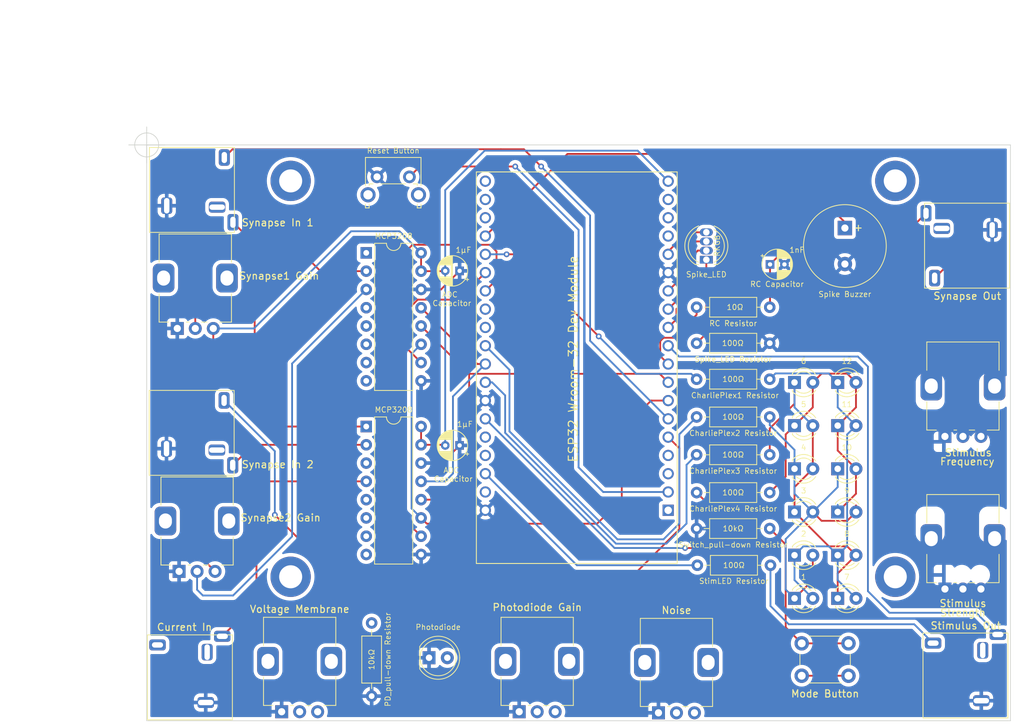
<source format=kicad_pcb>
(kicad_pcb (version 20211014) (generator pcbnew)
  (layers (0 "F.Cu" signal) (31 "B.Cu" signal) (34 "B.Paste" user) (35 "F.Paste" user) (36 "B.SilkS" user "B.Silkscreen") (37 "F.SilkS" user "F.Silkscreen") (38 "B.Mask" user) (39 "F.Mask" user) (44 "Edge.Cuts" user))
  (net 0 "")
  (net 7 "GNDREF")
  (net 8 "/23")
  (net 9 "/27")
  (net 10 "/26")
  (net 11 "+3V3")
  (net 12 "/34")
  (net 13 "/35")
  (net 14 "/25")
  (net 15 "/14")
  (net 16 "/12")
  (net 17 "/13")
  (net 18 "/22")
  (net 19 "/21")
  (net 20 "/19")
  (net 21 "/05")
  (net 22 "/17")
  (net 23 "/16")
  (net 24 "/02")
  (net 25 "/15")
  (net 26 "Net-(10Ω_RC1-Pad2)")
  (net 27 "Net-(100Ω_CharliePlex1-Pad2)")
  (net 28 "Net-(100Ω_CharliePlex2-Pad2)")
  (net 30 "Net-(100Ω_CharliePlex3-Pad2)")
  (net 31 "Net-(100Ω_CharliePlex4-Pad2)")
  (net 32 "Net-(100Ω_Stim-LED1-Pad2)")
  (net 33 "/39")
  (net 34 "VCC")
  (net 35 "Net-(Reset_Button1-Pad2)")
  (net 39 "/202")
  (net 40 "/203")
  (net 41 "/106")
  (net 42 "/103")
  (net 43 "/105")
  (net 44 "/104")
  (net 45 "/101")
  (net 46 "/102")
  (net 47 "/200")
  (net 48 "/201")
  (net 49 "/32")
  (net 50 "/33")
  (net 51 "/18")
  (net 52 "/04")
  (net 53 "/00")
  (net 54 "/100")
  (net 55 "/107")
  (net 56 "/204")
  (net 57 "/205")
  (net 58 "/206")
  (net 59 "/207")
  (net 60 "Net-(100Ω_Spike-LED1-Pad2)")
  (footprint "LED_THT:LED_D5.0mm-4_RGB" (layer "F.Cu") (at 177.75 65.95 90)
    (fp_text reference "Spike_LED")
    (fp_text value "RGB")
  )
  (footprint "MountingHole:MountingHole_3.2mm_M3_DIN965_Pad" (layer "F.Cu") (at 120 55)
    (fp_text reference " ")
    (fp_text value "MountingHole_3.2mm_M3_DIN965_Pad")
  )
  (footprint "LED_THT:LED_D3.0mm" (layer "F.Cu") (at 190 83)
    (fp_text reference "6")
    (fp_text value "D7")
  )
  (footprint "LED_THT:LED_D3.0mm" (layer "F.Cu") (at 190 113)
    (fp_text reference "1")
    (fp_text value "D2")
  )
  (footprint "Resistor_THT:R_Axial_DIN0207_L6.3mm_D2.5mm_P10.16mm_Horizontal" (layer "F.Cu") (at 186.56 103.3 180)
    (fp_text reference "10kΩ")
    (fp_text value "R5")
  )
  (footprint "Package_DIP:DIP-16_W7.62mm" (layer "F.Cu") (at 130.5 89.125)
    (fp_text reference "MCP3208")
    (fp_text value "MCP3208")
  )
  (footprint "Potentiometer_THT:Spikeling Potentiometer" (layer "F.Cu") (at 213.4 104.2 90)
    (fp_text reference "Stimulus")
    (fp_text value "RV6")
  )
  (footprint "Potentiometer_THT:Spikeling Potentiometer" (layer "F.Cu") (at 173.6 121.4 90)
    (fp_text reference "Noise")
    (fp_text value "RV4")
  )
  (footprint "Connector_Audio:Spikeling Audio Jack 3.5mm" (layer "F.Cu") (at 100.2815 56.25 90)
    (fp_text reference "Synapse In 1")
    (fp_text value "J2")
  )
  (footprint "Connector_Audio:Spikeling Audio Jack 3.5mm" (layer "F.Cu") (at 219.9685 64 -90)
    (fp_text reference "Synapse Out")
    (fp_text value "J1")
  )
  (footprint "Potentiometer_THT:Spikeling Potentiometer" (layer "F.Cu") (at 106.75 68 90)
    (fp_text reference "Synapse1 Gain")
    (fp_text value "RV1")
  )
  (footprint "LED_THT:LED_D3.0mm" (layer "F.Cu") (at 190 101)
    (fp_text reference "3")
    (fp_text value "D4")
  )
  (footprint "Potentiometer_THT:Spikeling Potentiometer" (layer "F.Cu") (at 121.25 121.25 90)
    (fp_text reference "Voltage Membrane")
    (fp_text value "RV3")
  )
  (footprint "Resistor_THT:R_Axial_DIN0207_L6.3mm_D2.5mm_P10.16mm_Horizontal" (layer "F.Cu") (at 176.5 108.4)
    (fp_text reference "100Ω")
    (fp_text value "R3")
  )
  (footprint "MountingHole:MountingHole_3.2mm_M3_DIN965_Pad" (layer "F.Cu") (at 204 55)
    (fp_text reference " ")
    (fp_text value "MountingHole_M3")
  )
  (footprint "Package_DIP:DIP-16_W7.62mm" (layer "F.Cu") (at 130.5 65)
    (fp_text reference "MCP3208")
    (fp_text value "MCP3208")
  )
  (footprint "Capacitor_THT:CP_Radial_D4.0mm_P2.00mm" (layer "F.Cu") (at 143.4726 91.75 180)
    (fp_text reference "1μF")
    (fp_text value "1 μF")
  )
  (footprint "Connector_Audio:Spikeling Audio Jack 3.5mm" (layer "F.Cu") (at 213.75 129.7185 180)
    (fp_text reference "Stimulus Out")
    (fp_text value "J5")
  )
  (footprint "Button_Switch_THT:Spikeling reset button" (layer "F.Cu") (at 134.25 51.75)
    (fp_text reference "Reset Button")
    (fp_text value "SW2")
  )
  (footprint "LED_THT:LED_D3.0mm" (layer "F.Cu") (at 196 95)
    (fp_text reference "10")
    (fp_text value "D11")
  )
  (footprint "LED_THT:LED_D3.0mm" (layer "F.Cu") (at 196 107)
    (fp_text reference "8")
    (fp_text value "LED")
  )
  (footprint "Capacitor_THT:CP_Radial_D4.0mm_P2.00mm" (layer "F.Cu") (at 143.4726 67.5 180)
    (fp_text reference "1μF")
    (fp_text value "1 μF")
  )
  (footprint "Resistor_THT:R_Axial_DIN0207_L6.3mm_D2.5mm_P10.16mm_Horizontal" (layer "F.Cu") (at 176.4 98.3)
    (fp_text reference "100Ω")
    (fp_text value "R9")
  )
  (footprint "LED_THT:LED_D3.0mm" (layer "F.Cu") (at 196 83)
    (fp_text reference "12")
    (fp_text value "D13")
  )
  (footprint "LED_THT:LED_D3.0mm" (layer "F.Cu") (at 196 89)
    (fp_text reference "11")
    (fp_text value "D12")
  )
  (footprint "LED_THT:LED_D3.0mm" (layer "F.Cu") (at 196 101)
    (fp_text reference "9")
    (fp_text value "D10")
  )
  (footprint "Resistor_THT:R_Axial_DIN0207_L6.3mm_D2.5mm_P10.16mm_Horizontal" (layer "F.Cu") (at 176.4 72.55)
    (fp_text reference "10Ω")
    (fp_text value "R1")
  )
  (footprint "LED_THT:LED_D5.0mm" (layer "F.Cu") (at 139.225 121.25)
    (fp_text reference "Photodiode")
    (fp_text value "D1")
  )
  (footprint "Potentiometer_THT:Spikeling Potentiometer" (layer "F.Cu") (at 213.4 83 90)
    (fp_text reference "Stimulus")
    (fp_text value "RV7")
  )
  (footprint "Potentiometer_THT:Spikeling Potentiometer" (layer "F.Cu") (at 107 101.75 90)
    (fp_text reference "Synapse2 Gain")
    (fp_text value "RV2")
  )
  (footprint "Connector_Audio:Spikeling Audio Jack 3.5mm" (layer "F.Cu") (at 100.25 90 90)
    (fp_text reference "Synapse In 2")
    (fp_text value "J3")
  )
  (footprint "LED_THT:LED_D3.0mm" (layer "F.Cu") (at 190 107)
    (fp_text reference "2")
    (fp_text value "D3")
  )
  (footprint "MountingHole:MountingHole_3.2mm_M3_DIN965_Pad" (layer "F.Cu") (at 204 110)
    (fp_text reference " ")
    (fp_text value "MountingHole_3.2mm_M3_DIN965_Pad")
  )
  (footprint "LED_THT:LED_D3.0mm" (layer "F.Cu") (at 190 95)
    (fp_text reference "4")
    (fp_text value "D5")
  )
  (footprint "Connector_Audio:Spikeling Audio Jack 3.5mm" (layer "F.Cu") (at 106 129.9685 180)
    (fp_text reference "Current In")
    (fp_text value "J4")
  )
  (footprint "Resistor_THT:R_Axial_DIN0207_L6.3mm_D2.5mm_P10.16mm_Horizontal" (layer "F.Cu") (at 176.4 93.05)
    (fp_text reference "100Ω")
    (fp_text value "R8")
  )
  (footprint "Resistor_THT:R_Axial_DIN0207_L6.3mm_D2.5mm_P10.16mm_Horizontal" (layer "F.Cu") (at 131.25 116.42 -90)
    (fp_text reference "10kΩ")
    (fp_text value "R2")
  )
  (footprint "Potentiometer_THT:Spikeling Potentiometer" (layer "F.Cu") (at 154.25 121.25 90)
    (fp_text reference "Photodiode Gain")
    (fp_text value "RV5")
  )
  (footprint "Capacitor_THT:CP_Radial_D4.0mm_P2.00mm" (layer "F.Cu") (at 186.6 66.6)
    (fp_text reference "1nF")
    (fp_text value "C3")
  )
  (footprint "Resistor_THT:R_Axial_DIN0207_L6.3mm_D2.5mm_P10.16mm_Horizontal" (layer "F.Cu") (at 176.4 87.8)
    (fp_text reference "100Ω")
    (fp_text value "R7")
  )
  (footprint "Resistor_THT:R_Axial_DIN0207_L6.3mm_D2.5mm_P10.16mm_Horizontal" (layer "F.Cu") (at 186.56 77.55 180)
    (fp_text reference "100Ω")
    (fp_text value "R4")
  )
  (footprint "Buzzer_Beeper:Buzzer_11.5x9.5RM5" (layer "F.Cu") (at 197 60.25 -90)
    (fp_text reference "Spike Buzzer")
    (fp_text value "BZ1")
  )
  (footprint "MountingHole:MountingHole_3.2mm_M3_DIN965_Pad" (layer "F.Cu") (at 120 110)
    (fp_text reference " ")
    (fp_text value "MountingHole_3.2mm_M3_DIN965_Pad")
  )
  (footprint "Resistor_THT:R_Axial_DIN0207_L6.3mm_D2.5mm_P10.16mm_Horizontal" (layer "F.Cu") (at 176.4 82.55)
    (fp_text reference "100Ω")
    (fp_text value "R6")
  )
  (footprint "Button_Switch_THT:SW_PUSH_6mm_H13mm" (layer "F.Cu") (at 191 119.25)
    (fp_text reference "Mode Button")
    (fp_text value "SW1")
  )
  (footprint "Module:MODULE_ESP32-DEVKITC-32D" (layer "F.Cu") (at 159.75 81 180)
    (fp_text reference "ESP32 Wroom-32 Dev Module")
    (fp_text value "ESP32-DEVKITC-32D")
  )
  (footprint "LED_THT:LED_D3.0mm" (layer "F.Cu") (at 196 113)
    (fp_text reference "7")
    (fp_text value "D8")
  )
  (footprint "LED_THT:LED_D3.0mm" (layer "F.Cu") (at 190 89)
    (fp_text reference "5")
    (fp_text value "D6")
  )
  (gr_line (start 220 130) (end 100 130) (layer "Edge.Cuts") (width 0.1))
  (gr_line (start 100 50) (end 220 50) (layer "Edge.Cuts") (width 0.1))
  (gr_line (start 220 50) (end 220 130) (layer "Edge.Cuts") (width 0.1))
  (gr_line (start 100 130) (end 100 50) (layer "Edge.Cuts") (width 0.1))
  (gr_text "ADC \nCapacitor" (at 142.4 71.4) (layer "F.SilkS") (effects (font (size 0.75 0.75) (thickness 0.1))))
  (gr_text "Switch_pull-down Resistor" (at 181.48 105.55) (layer "F.SilkS") (effects (font (size 0.75 0.75) (thickness 0.1))))
  (gr_text "CharliePlex3 Resistor" (at 181.48 95.3) (layer "F.SilkS") (effects (font (size 0.75 0.75) (thickness 0.1))))
  (gr_text "Frequency" (at 214 94) (layer "F.SilkS") (effects (font (size 1 1))))
  (gr_text "Strength" (at 213.4 115) (layer "F.SilkS") (effects (font (size 1 1))))
  (gr_text "CharliePlex2 Resistor" (at 181.48 90.05) (layer "F.SilkS") (effects (font (size 0.75 0.75) (thickness 0.1))))
  (gr_text "Spike_LED Resistor" (at 181.48 79.8) (layer "F.SilkS") (effects (font (size 0.75 0.75) (thickness 0.1))))
  (gr_text "CharliePlex1 Resistor" (at 181.73 84.8) (layer "F.SilkS") (effects (font (size 0.75 0.75) (thickness 0.1))))
  (gr_text "RKGB" (at 179.25 64 90) (layer "F.SilkS") (effects (font (size 0.75 0.75) (thickness 0.1))))
  (gr_text "RC Capacitor" (at 187.572599 69.35) (layer "F.SilkS") (effects (font (size 0.75 0.75) (thickness 0.1))))
  (gr_text "RC Resistor" (at 181.48 74.8) (layer "F.SilkS") (effects (font (size 0.75 0.75) (thickness 0.1))))
  (gr_text "StimLED Resistor" (at 181.58 110.6) (layer "F.SilkS") (effects (font (size 0.75 0.75) (thickness 0.1))))
  (gr_text "PD_pull-down Resistor" (at 133.5 121.5 90) (layer "F.SilkS") (effects (font (size 0.75 0.75) (thickness 0.1))))
  (gr_text "ADC \nCapacitor" (at 142.6 95.8) (layer "F.SilkS") (effects (font (size 0.75 0.75) (thickness 0.1))))
  (gr_text "CharliePlex4 Resistor" (at 181.48 100.55) (layer "F.SilkS") (effects (font (size 0.75 0.75) (thickness 0.1))))
  (target plus (at 100 50) (size 5) (width 0.1) (layer "Edge.Cuts"))
  (segment (start 141.0176 94.205) (end 143.4726 91.75) (width 0.25) (layer "F.Cu") (net 7))
  (segment (start 140.8926 70.08) (end 143.4726 67.5) (width 0.25) (layer "F.Cu") (net 7))
  (segment (start 138.12 94.205) (end 141.0176 94.205) (width 0.25) (layer "F.Cu") (net 7))
  (segment (start 109.7815 58.65) (end 109.8815 58.65) (width 0.25) (layer "F.Cu") (net 7))
  (segment (start 138.12 70.08) (end 140.8926 70.08) (width 0.25) (layer "F.Cu") (net 7))
  (segment (start 109.75 92.4) (end 109.85 92.4) (width 0.25) (layer "F.Cu") (net 7))
  (segment (start 175.75 70.65) (end 173.6 72.8) (width 0.25) (layer "F.Cu") (net 9))
  (segment (start 172.45 75.36) (end 172.45 74.8797) (width 0.25) (layer "F.Cu") (net 9))
  (segment (start 176.57 64.68) (end 175.75 65.5) (width 0.25) (layer "F.Cu") (net 9))
  (segment (start 175.75 65.5) (end 175.75 70.65) (width 0.25) (layer "F.Cu") (net 9))
  (segment (start 173.6 72.8) (end 173.6 74.21) (width 0.25) (layer "F.Cu") (net 9))
  (segment (start 173.6 74.21) (end 172.45 75.36) (width 0.25) (layer "F.Cu") (net 9))
  (segment (start 177.75 64.68) (end 176.57 64.68) (width 0.25) (layer "F.Cu") (net 9))
  (segment (start 218.25 118.0185) (end 218.25 118.1185) (width 0.25) (layer "F.Cu") (net 10))
  (segment (start 173.95 79.4) (end 198.8 79.4) (width 0.25) (layer "B.Cu") (net 10))
  (segment (start 172.45 77.9) (end 173.95 79.4) (width 0.25) (layer "B.Cu") (net 10))
  (segment (start 200.2 112) (end 203.2 115) (width 0.25) (layer "B.Cu") (net 10))
  (segment (start 200.2 80.8) (end 200.2 112) (width 0.25) (layer "B.Cu") (net 10))
  (segment (start 215.2315 115) (end 218.25 118.0185) (width 0.25) (layer "B.Cu") (net 10))
  (segment (start 203.2 115) (end 215.2315 115) (width 0.25) (layer "B.Cu") (net 10))
  (segment (start 198.8 79.4) (end 200.2 80.8) (width 0.25) (layer "B.Cu") (net 10))
  (segment (start 111.25 86) (end 110.75 85.5) (width 0.25) (layer "F.Cu") (net 12))
  (segment (start 125.8 109.4) (end 117.8 101.4) (width 0.25) (layer "F.Cu") (net 12))
  (segment (start 174 92.15) (end 174 103.4) (width 0.25) (layer "F.Cu") (net 12))
  (segment (start 168 109.4) (end 125.8 109.4) (width 0.25) (layer "F.Cu") (net 12))
  (segment (start 172.45 90.6) (end 174 92.15) (width 0.25) (layer "F.Cu") (net 12))
  (segment (start 174 103.4) (end 168 109.4) (width 0.25) (layer "F.Cu") (net 12))
  (via (at 117.8 101.4) (size 0.8) (drill 0.4) (layers "F.Cu" "B.Cu") (net 12))
  (segment (start 110.75 85.5) (end 117.8 92.55) (width 0.25) (layer "B.Cu") (net 12))
  (segment (start 117.8 92.55) (end 117.8 101.4) (width 0.25) (layer "B.Cu") (net 12))
  (segment (start 154.8 53) (end 152.4 50.6) (width 0.25) (layer "F.Cu") (net 13))
  (segment (start 110.7815 51.75) (end 111.9315 50.6) (width 0.25) (layer "F.Cu") (net 13))
  (segment (start 111.9315 50.6) (end 149.2 50.6) (width 0.25) (layer "F.Cu") (net 13))
  (segment (start 152.4 50.6) (end 149.2 50.6) (width 0.25) (layer "F.Cu") (net 13))
  (via (at 154.8 53) (size 0.8) (drill 0.4) (layers "F.Cu" "B.Cu") (net 13))
  (segment (start 161.6 77.21) (end 172.45 88.06) (width 0.25) (layer "B.Cu") (net 13))
  (segment (start 161.6 61.2) (end 161.6 77.21) (width 0.25) (layer "B.Cu") (net 13))
  (segment (start 161.6 59.8) (end 161.6 61.2) (width 0.25) (layer "B.Cu") (net 13))
  (segment (start 154.8 53) (end 161.6 59.8) (width 0.25) (layer "B.Cu") (net 13))
  (segment (start 171.345489 79.335489) (end 172.45 80.44) (width 0.25) (layer "F.Cu") (net 14))
  (segment (start 176.4 72.55) (end 176.4 73.6) (width 0.25) (layer "F.Cu") (net 14))
  (segment (start 171.804511 76.795489) (end 171.345489 77.254511) (width 0.25) (layer "F.Cu") (net 14))
  (segment (start 171.345489 77.254511) (end 171.345489 79.335489) (width 0.25) (layer "F.Cu") (net 14))
  (segment (start 173.204511 76.795489) (end 171.804511 76.795489) (width 0.25) (layer "F.Cu") (net 14))
  (segment (start 176.4 73.6) (end 173.204511 76.795489) (width 0.25) (layer "F.Cu") (net 14))
  (segment (start 172.45 72.82) (end 175.25 70.02) (width 0.25) (layer "F.Cu") (net 15))
  (segment (start 175.25 64.5) (end 176.34 63.41) (width 0.25) (layer "F.Cu") (net 15))
  (segment (start 176.34 63.41) (end 177.75 63.41) (width 0.25) (layer "F.Cu") (net 15))
  (segment (start 175.25 70.02) (end 175.25 64.5) (width 0.25) (layer "F.Cu") (net 15))
  (segment (start 176.11 62.14) (end 174.75 63.5) (width 0.25) (layer "F.Cu") (net 16))
  (segment (start 177.75 62.14) (end 176.11 62.14) (width 0.25) (layer "F.Cu") (net 16))
  (segment (start 174.75 63.5) (end 174.75 67.98) (width 0.25) (layer "F.Cu") (net 16))
  (segment (start 174.75 67.98) (end 172.45 70.28) (width 0.25) (layer "F.Cu") (net 16))
  (segment (start 180 57.25) (end 193.5 57.25) (width 0.25) (layer "F.Cu") (net 17))
  (segment (start 172.45 65.2) (end 172.45 64.8) (width 0.25) (layer "F.Cu") (net 17))
  (segment (start 193.5 57.25) (end 197 60.75) (width 0.25) (layer "F.Cu") (net 17))
  (segment (start 172.45 64.8) (end 180 57.25) (width 0.25) (layer "F.Cu") (net 17))
  (segment (start 197 60.75) (end 197 61.55) (width 0.25) (layer "F.Cu") (net 17))
  (segment (start 159.77 108.4) (end 176.5 108.4) (width 0.25) (layer "B.Cu") (net 18))
  (segment (start 147.05 95.68) (end 159.77 108.4) (width 0.25) (layer "B.Cu") (net 18))
  (segment (start 176.4 98.3) (end 178.4 100.3) (width 0.25) (layer "F.Cu") (net 19))
  (segment (start 176.4 106) (end 174.8 106) (width 0.25) (layer "F.Cu") (net 19))
  (segment (start 178.4 104) (end 176.4 106) (width 0.25) (layer "F.Cu") (net 19))
  (segment (start 178.4 100.3) (end 178.4 104) (width 0.25) (layer "F.Cu") (net 19))
  (via (at 174.8 106) (size 0.8) (drill 0.4) (layers "F.Cu" "B.Cu") (net 19))
  (segment (start 174.8 106) (end 164.99 106) (width 0.25) (layer "B.Cu") (net 19))
  (segment (start 164.99 106) (end 147.05 88.06) (width 0.25) (layer "B.Cu") (net 19))
  (segment (start 176.4 99.019022) (end 176.4 98.3) (width 0.25) (layer "B.Cu") (net 19))
  (segment (start 176.4 93.05) (end 175 94.45) (width 0.25) (layer "B.Cu") (net 20))
  (segment (start 165.2 105.4) (end 149.8 90) (width 0.25) (layer "B.Cu") (net 20))
  (segment (start 147.98 82.98) (end 147.05 82.98) (width 0.25) (layer "B.Cu") (net 20))
  (segment (start 175 94.45) (end 175 102.6) (width 0.25) (layer "B.Cu") (net 20))
  (segment (start 175 102.6) (end 172.2 105.4) (width 0.25) (layer "B.Cu") (net 20))
  (segment (start 149.8 84.8) (end 147.98 82.98) (width 0.25) (layer "B.Cu") (net 20))
  (segment (start 149.8 90) (end 149.8 84.8) (width 0.25) (layer "B.Cu") (net 20))
  (segment (start 172.2 105.4) (end 165.2 105.4) (width 0.25) (layer "B.Cu") (net 20))
  (segment (start 174.2 90) (end 174 90.2) (width 0.25) (layer "B.Cu") (net 21))
  (segment (start 174 102.2) (end 174 102.6) (width 0.25) (layer "B.Cu") (net 21))
  (segment (start 176.4 87.8) (end 174.2 90) (width 0.25) (layer "B.Cu") (net 21))
  (segment (start 174 90.2) (end 174 102.2) (width 0.25) (layer "B.Cu") (net 21))
  (segment (start 165.4 104.8) (end 150.4 89.8) (width 0.25) (layer "B.Cu") (net 21))
  (segment (start 174 102.6) (end 171.8 104.8) (width 0.25) (layer "B.Cu") (net 21))
  (segment (start 171.8 104.8) (end 165.4 104.8) (width 0.25) (layer "B.Cu") (net 21))
  (segment (start 150.4 81.25) (end 147.05 77.9) (width 0.25) (layer "B.Cu") (net 21))
  (segment (start 150.4 89.8) (end 150.4 81.25) (width 0.25) (layer "B.Cu") (net 21))
  (segment (start 162.8 76.6) (end 151.4 65.2) (width 0.25) (layer "F.Cu") (net 24))
  (segment (start 151.4 65.2) (end 150 65.2) (width 0.25) (layer "F.Cu") (net 24))
  (via (at 162.8 76.6) (size 0.8) (drill 0.4) (layers "F.Cu" "B.Cu") (net 24))
  (via (at 150 65.2) (size 0.8) (drill 0.4) (layers "F.Cu" "B.Cu") (net 24))
  (segment (start 150 65.2) (end 147.05 65.2) (width 0.25) (layer "B.Cu") (net 24))
  (segment (start 168 81.8) (end 162.8 76.6) (width 0.25) (layer "B.Cu") (net 24))
  (segment (start 176.4 82.55) (end 175.65 81.8) (width 0.25) (layer "B.Cu") (net 24))
  (segment (start 175.65 81.8) (end 168 81.8) (width 0.25) (layer "B.Cu") (net 24))
  (segment (start 147.05 62.66) (end 158.46 51.25) (width 0.25) (layer "F.Cu") (net 25))
  (segment (start 158.46 51.25) (end 208 51.25) (width 0.25) (layer "F.Cu") (net 25))
  (segment (start 214 57.25) (end 214 63.9685) (width 0.25) (layer "F.Cu") (net 25))
  (segment (start 214 63.9685) (end 209.4685 68.5) (width 0.25) (layer "F.Cu") (net 25))
  (segment (start 208 51.25) (end 214 57.25) (width 0.25) (layer "F.Cu") (net 25))
  (segment (start 186.6 66.6) (end 186.6 72.51) (width 0.25) (layer "F.Cu") (net 26))
  (segment (start 203.7685 64) (end 208.2685 59.5) (width 0.25) (layer "F.Cu") (net 26))
  (segment (start 186.6 66.6) (end 189.2 64) (width 0.25) (layer "F.Cu") (net 26))
  (segment (start 189.2 64) (end 203.7685 64) (width 0.25) (layer "F.Cu") (net 26))
  (segment (start 186.6 72.51) (end 186.56 72.55) (width 0.25) (layer "F.Cu") (net 26))
  (segment (start 196 110.46) (end 198.54 113) (width 0.25) (layer "B.Cu") (net 27))
  (segment (start 196 86.46) (end 198.54 89) (width 0.25) (layer "B.Cu") (net 27))
  (segment (start 194.750001 81.750001) (end 196 83) (width 0.25) (layer "B.Cu") (net 27))
  (segment (start 196 107) (end 196 110.46) (width 0.25) (layer "B.Cu") (net 27))
  (segment (start 186.56 82.55) (end 187.359999 81.750001) (width 0.25) (layer "B.Cu") (net 27))
  (segment (start 196 107) (end 194.775489 105.775489) (width 0.25) (layer "B.Cu") (net 27))
  (segment (start 197.315489 105.684511) (end 196 107) (width 0.25) (layer "B.Cu") (net 27))
  (segment (start 191.224511 105.775489) (end 190 107) (width 0.25) (layer "B.Cu") (net 27))
  (segment (start 190 107) (end 190 110.46) (width 0.25) (layer "B.Cu") (net 27))
  (segment (start 194.775489 105.775489) (end 191.224511 105.775489) (width 0.25) (layer "B.Cu") (net 27))
  (segment (start 197.315489 90.224511) (end 197.315489 105.684511) (width 0.25) (layer "B.Cu") (net 27))
  (segment (start 196 83) (end 196 86.46) (width 0.25) (layer "B.Cu") (net 27))
  (segment (start 190 110.46) (end 192.54 113) (width 0.25) (layer "B.Cu") (net 27))
  (segment (start 198.54 89) (end 197.315489 90.224511) (width 0.25) (layer "B.Cu") (net 27))
  (segment (start 187.359999 81.750001) (end 194.750001 81.750001) (width 0.25) (layer "B.Cu") (net 27))
  (segment (start 198.54 101) (end 197.315489 102.224511) (width 0.25) (layer "F.Cu") (net 28))
  (segment (start 192.54 110.46) (end 190 113) (width 0.25) (layer "F.Cu") (net 28))
  (segment (start 193.764511 102.224511) (end 192.54 101) (width 0.25) (layer "F.Cu") (net 28))
  (segment (start 197.315489 102.224511) (end 193.764511 102.224511) (width 0.25) (layer "F.Cu") (net 28))
  (segment (start 192.54 107) (end 192.54 110.46) (width 0.25) (layer "F.Cu") (net 28))
  (segment (start 198.54 100.08) (end 198.54 101) (width 0.25) (layer "F.Cu") (net 28))
  (segment (start 196 97.54) (end 192.54 101) (width 0.25) (layer "B.Cu") (net 28))
  (segment (start 188.775489 104.764511) (end 188.775489 111.775489) (width 0.25) (layer "B.Cu") (net 28))
  (segment (start 192.54 101) (end 188.775489 104.764511) (width 0.25) (layer "B.Cu") (net 28))
  (segment (start 188.775489 111.775489) (end 190 113) (width 0.25) (layer "B.Cu") (net 28))
  (segment (start 196 95) (end 196 97.54) (width 0.25) (layer "B.Cu") (net 28))
  (segment (start 190 95) (end 190 98.46) (width 0.25) (layer "B.Cu") (net 28))
  (segment (start 190 98.46) (end 192.54 101) (width 0.25) (layer "B.Cu") (net 28))
  (segment (start 186.56 87.8) (end 186.56 88.93137) (width 0.25) (layer "B.Cu") (net 28))
  (segment (start 190 92.37137) (end 190 95) (width 0.25) (layer "B.Cu") (net 28))
  (segment (start 192.54 107) (end 192.54 106.225009) (width 0.25) (layer "B.Cu") (net 28))
  (segment (start 186.56 88.93137) (end 190 92.37137) (width 0.25) (layer "B.Cu") (net 28))
  (segment (start 190 101) (end 194.775489 105.775489) (width 0.25) (layer "F.Cu") (net 30))
  (segment (start 192.54 95) (end 192.54 89) (width 0.25) (layer "F.Cu") (net 30))
  (segment (start 197.315489 105.775489) (end 198.54 107) (width 0.25) (layer "F.Cu") (net 30))
  (segment (start 190 83) (end 190 85.9503) (width 0.25) (layer "F.Cu") (net 30))
  (segment (start 196 113) (end 196 109.54) (width 0.25) (layer "F.Cu") (net 30))
  (segment (start 190 85.9503) (end 186.56 89.3903) (width 0.25) (layer "F.Cu") (net 30))
  (segment (start 186.56 89.3903) (end 186.56 93.05) (width 0.25) (layer "F.Cu") (net 30))
  (segment (start 190 101) (end 190 97.54) (width 0.25) (layer "F.Cu") (net 30))
  (segment (start 194.775489 105.775489) (end 197.315489 105.775489) (width 0.25) (layer "F.Cu") (net 30))
  (segment (start 196 109.54) (end 198.54 107) (width 0.25) (layer "F.Cu") (net 30))
  (segment (start 190 97.54) (end 192.54 95) (width 0.25) (layer "F.Cu") (net 30))
  (segment (start 190 86.46) (end 190 83) (width 0.25) (layer "B.Cu") (net 30))
  (segment (start 192.54 89) (end 190 86.46) (width 0.25) (layer "B.Cu") (net 30))
  (segment (start 197.315489 81.775489) (end 193.764511 81.775489) (width 0.25) (layer "F.Cu") (net 31))
  (segment (start 188.775489 90.224511) (end 188.775489 96.084511) (width 0.25) (layer "F.Cu") (net 31))
  (segment (start 192.54 83) (end 192.54 86.46) (width 0.25) (layer "F.Cu") (net 31))
  (segment (start 190 89) (end 188.775489 90.224511) (width 0.25) (layer "F.Cu") (net 31))
  (segment (start 198.54 86.46) (end 196 89) (width 0.25) (layer "F.Cu") (net 31))
  (segment (start 198.54 83) (end 198.54 86.46) (width 0.25) (layer "F.Cu") (net 31))
  (segment (start 192.54 86.46) (end 190 89) (width 0.25) (layer "F.Cu") (net 31))
  (segment (start 198.54 98.46) (end 196 101) (width 0.25) (layer "F.Cu") (net 31))
  (segment (start 196 92.46) (end 198.54 95) (width 0.25) (layer "F.Cu") (net 31))
  (segment (start 198.54 95) (end 198.54 98.46) (width 0.25) (layer "F.Cu") (net 31))
  (segment (start 196 89) (end 196 92.46) (width 0.25) (layer "F.Cu") (net 31))
  (segment (start 188.775489 96.084511) (end 186.56 98.3) (width 0.25) (layer "F.Cu") (net 31))
  (segment (start 198.54 83) (end 197.315489 81.775489) (width 0.25) (layer "F.Cu") (net 31))
  (segment (start 193.764511 81.775489) (end 192.54 83) (width 0.25) (layer "F.Cu") (net 31))
  (segment (start 196 101) (end 196 100) (width 0.25) (layer "B.Cu") (net 31))
  (segment (start 186.66 114.06) (end 189.2 116.6) (width 0.25) (layer "B.Cu") (net 32))
  (segment (start 206.6315 116.6) (end 209.25 119.2185) (width 0.25) (layer "B.Cu") (net 32))
  (segment (start 186.66 108.4) (end 186.66 114.06) (width 0.25) (layer "B.Cu") (net 32))
  (segment (start 189.2 116.6) (end 206.6315 116.6) (width 0.25) (layer "B.Cu") (net 32))
  (segment (start 191 119.25) (end 197.5 119.25) (width 0.25) (layer "F.Cu") (net 33))
  (segment (start 188.775489 105.515489) (end 188.775489 117.025489) (width 0.25) (layer "F.Cu") (net 33))
  (segment (start 186.56 103.3) (end 188.775489 105.515489) (width 0.25) (layer "F.Cu") (net 33))
  (segment (start 188.775489 117.025489) (end 191 119.25) (width 0.25) (layer "F.Cu") (net 33))
  (segment (start 191 118.92) (end 191 119.25) (width 0.25) (layer "B.Cu") (net 33))
  (segment (start 141.4326 67.54) (end 141.4726 67.5) (width 0.25) (layer "F.Cu") (net 34))
  (segment (start 138.12 89.125) (end 138.12 91.665) (width 0.25) (layer "F.Cu") (net 34))
  (segment (start 138.12 65) (end 138.12 67.54) (width 0.25) (layer "F.Cu") (net 34))
  (segment (start 138.12 67.54) (end 141.4326 67.54) (width 0.25) (layer "F.Cu") (net 34))
  (segment (start 107.25 87.25) (end 107.25 107) (width 0.25) (layer "F.Cu") (net 34))
  (segment (start 109.25 85.25) (end 107.25 87.25) (width 0.25) (layer "F.Cu") (net 34))
  (segment (start 191 123.75) (end 197.5 123.75) (width 0.25) (layer "F.Cu") (net 34))
  (segment (start 138.12 91.665) (end 141.3876 91.665) (width 0.25) (layer "F.Cu") (net 34))
  (segment (start 109.25 75.5) (end 109.25 85.25) (width 0.25) (layer "F.Cu") (net 34))
  (segment (start 107.25 107) (end 109.5 109.25) (width 0.25) (layer "F.Cu") (net 34))
  (segment (start 141.3876 91.665) (end 141.4726 91.75) (width 0.25) (layer "F.Cu") (net 34))
  (segment (start 114.9 75.5) (end 128.4 62) (width 0.25) (layer "B.Cu") (net 34))
  (segment (start 146.95 50.8) (end 168.21 50.8) (width 0.25) (layer "B.Cu") (net 34))
  (segment (start 141.4726 56.2774) (end 146.95 50.8) (width 0.25) (layer "B.Cu") (net 34))
  (segment (start 109.25 75.5) (end 114.9 75.5) (width 0.25) (layer "B.Cu") (net 34))
  (segment (start 135.12 62) (end 138.12 65) (width 0.25) (layer "B.Cu") (net 34))
  (segment (start 141.4726 67.5) (end 141.4726 56.2774) (width 0.25) (layer "B.Cu") (net 34))
  (segment (start 168.21 50.8) (end 172.45 55.04) (width 0.25) (layer "B.Cu") (net 34))
  (segment (start 128.4 62) (end 135.12 62) (width 0.25) (layer "B.Cu") (net 34))
  (segment (start 141.4726 67.5) (end 141.4726 91.75) (width 0.25) (layer "B.Cu") (net 34))
  (segment (start 137.94 53) (end 151.2 53) (width 0.25) (layer "F.Cu") (net 35))
  (segment (start 136.5 54.44) (end 137.94 53) (width 0.25) (layer "F.Cu") (net 35))
  (via (at 151.2 53) (size 0.8) (drill 0.4) (layers "F.Cu" "B.Cu") (net 35))
  (segment (start 151.2 53) (end 160 61.8) (width 0.25) (layer "B.Cu") (net 35))
  (segment (start 160 62.6) (end 160 94.8) (width 0.25) (layer "B.Cu") (net 35))
  (segment (start 160 94.8) (end 163.42 98.22) (width 0.25) (layer "B.Cu") (net 35))
  (segment (start 163.42 98.22) (end 172.45 98.22) (width 0.25) (layer "B.Cu") (net 35))
  (segment (start 160 61.8) (end 160 62.6) (width 0.25) (layer "B.Cu") (net 35))
  (segment (start 115.25 113.5185) (end 115.25 97.5) (width 0.25) (layer "F.Cu") (net 40))
  (segment (start 110.5 118.2685) (end 115.25 113.5185) (width 0.25) (layer "F.Cu") (net 40))
  (segment (start 115.25 97.5) (end 116.005 96.745) (width 0.25) (layer "F.Cu") (net 40))
  (segment (start 116.005 96.745) (end 130.5 96.745) (width 0.25) (layer "F.Cu") (net 40))
  (segment (start 106.75 75.5) (end 106.75 57.85) (width 0.25) (layer "F.Cu") (net 45))
  (segment (start 124.14 67.54) (end 130.5 67.54) (width 0.25) (layer "F.Cu") (net 45))
  (segment (start 113.2 56.6) (end 124.14 67.54) (width 0.25) (layer "F.Cu") (net 45))
  (segment (start 106.75 57.85) (end 108 56.6) (width 0.25) (layer "F.Cu") (net 45))
  (segment (start 108 56.6) (end 113.2 56.6) (width 0.25) (layer "F.Cu") (net 45))
  (segment (start 107 109.25) (end 107 111.8) (width 0.25) (layer "B.Cu") (net 46))
  (segment (start 107 111.8) (end 107.8 112.6) (width 0.25) (layer "B.Cu") (net 46))
  (segment (start 112 112.6) (end 120.2 104.4) (width 0.25) (layer "B.Cu") (net 46))
  (segment (start 120.2 104.4) (end 120.2 80.38) (width 0.25) (layer "B.Cu") (net 46))
  (segment (start 120.2 80.38) (end 130.5 70.08) (width 0.25) (layer "B.Cu") (net 46))
  (segment (start 107.8 112.6) (end 112 112.6) (width 0.25) (layer "B.Cu") (net 46))
  (segment (start 117.125 89.125) (end 130.5 89.125) (width 0.25) (layer "F.Cu") (net 47))
  (segment (start 115 63.7685) (end 115 87) (width 0.25) (layer "F.Cu") (net 47))
  (segment (start 111.9815 60.75) (end 115 63.7685) (width 0.25) (layer "F.Cu") (net 47))
  (segment (start 115 87) (end 117.125 89.125) (width 0.25) (layer "F.Cu") (net 47))
  (segment (start 111.95 94.5) (end 114.785 91.665) (width 0.25) (layer "F.Cu") (net 48))
  (segment (start 114.785 91.665) (end 130.5 91.665) (width 0.25) (layer "F.Cu") (net 48))
  (segment (start 111.95 94.5) (end 112.45 95) (width 0.25) (layer "F.Cu") (net 48))
  (segment (start 162.575001 102.624999) (end 166 99.2) (width 0.25) (layer "F.Cu") (net 49))
  (segment (start 166 89.6) (end 170.08 85.52) (width 0.25) (layer "F.Cu") (net 49))
  (segment (start 170.08 85.52) (end 172.45 85.52) (width 0.25) (layer "F.Cu") (net 49))
  (segment (start 138.919999 102.624999) (end 162.575001 102.624999) (width 0.25) (layer "F.Cu") (net 49))
  (segment (start 166 99.2) (end 166 89.6) (width 0.25) (layer "F.Cu") (net 49))
  (segment (start 138.12 101.825) (end 138.919999 102.624999) (width 0.25) (layer "F.Cu") (net 49))
  (segment (start 136.8 79.02) (end 136.8 100.505) (width 0.25) (layer "B.Cu") (net 49))
  (segment (start 136.8 100.505) (end 138.12 101.825) (width 0.25) (layer "B.Cu") (net 49))
  (segment (start 138.12 77.7) (end 136.8 79.02) (width 0.25) (layer "B.Cu") (net 49))
  (segment (start 144.76 81.8) (end 171.27 81.8) (width 0.25) (layer "F.Cu") (net 50))
  (segment (start 138.12 75.16) (end 144.76 81.8) (width 0.25) (layer "F.Cu") (net 50))
  (segment (start 171.27 81.8) (end 172.45 82.98) (width 0.25) (layer "F.Cu") (net 50))
  (segment (start 140.715 99.285) (end 144.8 95.2) (width 0.25) (layer "F.Cu") (net 50))
  (segment (start 144.8 81.84) (end 144.76 81.8) (width 0.25) (layer "F.Cu") (net 50))
  (segment (start 144.8 95.2) (end 144.8 81.84) (width 0.25) (layer "F.Cu") (net 50))
  (segment (start 138.12 99.285) (end 140.715 99.285) (width 0.25) (layer "F.Cu") (net 50))
  (segment (start 138.12 72.62) (end 145.94 80.44) (width 0.25) (layer "F.Cu") (net 51))
  (segment (start 145.94 80.44) (end 147.05 80.44) (width 0.25) (layer "F.Cu") (net 51))
  (segment (start 141.455 96.745) (end 138.12 96.745) (width 0.25) (layer "B.Cu") (net 51))
  (segment (start 142.548089 95.651911) (end 141.455 96.745) (width 0.25) (layer "B.Cu") (net 51))
  (segment (start 147.05 80.44) (end 142.548089 84.941911) (width 0.25) (layer "B.Cu") (net 51))
  (segment (start 142.548089 84.941911) (end 142.548089 95.651911) (width 0.25) (layer "B.Cu") (net 51))
  (segment (start 134.6 66.2) (end 136.924511 63.875489) (width 0.25) (layer "F.Cu") (net 52))
  (segment (start 148.6 64.8) (end 148.6 68.73) (width 0.25) (layer "F.Cu") (net 52))
  (segment (start 148.6 68.73) (end 147.05 70.28) (width 0.25) (layer "F.Cu") (net 52))
  (segment (start 147.675489 63.875489) (end 148.6 64.8) (width 0.25) (layer "F.Cu") (net 52))
  (segment (start 138.12 104.365) (end 134.6 100.845) (width 0.25) (layer "F.Cu") (net 52))
  (segment (start 136.924511 63.875489) (end 147.675489 63.875489) (width 0.25) (layer "F.Cu") (net 52))
  (segment (start 134.6 100.845) (end 134.6 66.2) (width 0.25) (layer "F.Cu") (net 52))
  (segment (start 137.654211 71.495489) (end 136.2 72.9497) (width 0.25) (layer "F.Cu") (net 53))
  (segment (start 147.05 67.74) (end 143.294511 71.495489) (width 0.25) (layer "F.Cu") (net 53))
  (segment (start 136.2 78.32) (end 138.12 80.24) (width 0.25) (layer "F.Cu") (net 53))
  (segment (start 136.2 72.9497) (end 136.2 78.32) (width 0.25) (layer "F.Cu") (net 53))
  (segment (start 143.294511 71.495489) (end 137.654211 71.495489) (width 0.25) (layer "F.Cu") (net 53))
  (segment (start 177.75 76.2) (end 177.75 65.95) (width 0.25) (layer "F.Cu") (net 60))
  (segment (start 176.4 77.55) (end 177.75 76.2) (width 0.25) (layer "F.Cu") (net 60))
  (zone (net 7) (net_name "GNDREF") (layer "B.Cu") (connect_pads (clearance 0.508)) (min_thickness 0.254) (fill yes (thermal_gap 0.508) (thermal_bridge_width 0.508))
    (polygon (pts (xy 220 130) (xy 99.75 130) (xy 100 50) (xy 220 50)))
  )
)
</source>
